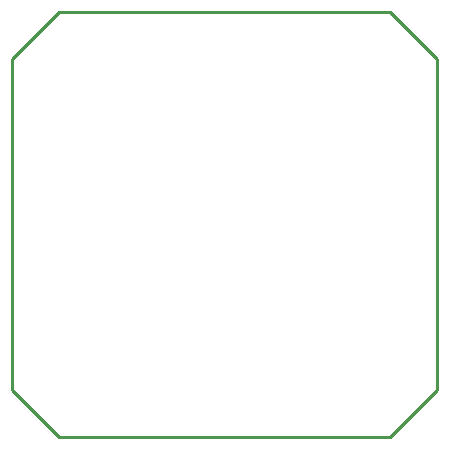
<source format=gm1>
%FSLAX25Y25*%
%MOIN*%
G70*
G01*
G75*
G04 Layer_Color=16711935*
%ADD10R,0.04500X0.04500*%
%ADD11R,0.01969X0.08858*%
%ADD12R,0.07874X0.09843*%
G04:AMPARAMS|DCode=13|XSize=31.5mil|YSize=11.81mil|CornerRadius=0mil|HoleSize=0mil|Usage=FLASHONLY|Rotation=180.000|XOffset=0mil|YOffset=0mil|HoleType=Round|Shape=Octagon|*
%AMOCTAGOND13*
4,1,8,-0.01575,0.00295,-0.01575,-0.00295,-0.01280,-0.00591,0.01280,-0.00591,0.01575,-0.00295,0.01575,0.00295,0.01280,0.00591,-0.01280,0.00591,-0.01575,0.00295,0.0*
%
%ADD13OCTAGOND13*%

%ADD14R,0.03150X0.01181*%
%ADD15R,0.03150X0.02362*%
%ADD16C,0.01000*%
%ADD17C,0.02000*%
%ADD18R,0.06250X0.06250*%
%ADD19R,0.15748X0.11811*%
%ADD20R,0.11811X0.15748*%
%ADD21R,0.03937X0.15748*%
%ADD22R,0.03937X0.11811*%
%ADD23R,0.06250X0.06250*%
%ADD24C,0.02500*%
%ADD25R,0.11024X0.09449*%
%ADD26R,0.03500X0.03100*%
G04:AMPARAMS|DCode=27|XSize=59.06mil|YSize=12.8mil|CornerRadius=0mil|HoleSize=0mil|Usage=FLASHONLY|Rotation=90.000|XOffset=0mil|YOffset=0mil|HoleType=Round|Shape=Octagon|*
%AMOCTAGOND27*
4,1,8,0.00320,0.02953,-0.00320,0.02953,-0.00640,0.02633,-0.00640,-0.02633,-0.00320,-0.02953,0.00320,-0.02953,0.00640,-0.02633,0.00640,0.02633,0.00320,0.02953,0.0*
%
%ADD27OCTAGOND27*%

%ADD28R,0.01280X0.05906*%
%ADD29R,0.02362X0.03150*%
%ADD30C,0.00600*%
%ADD31C,0.00750*%
%ADD32R,0.15748X1.25984*%
%ADD33R,1.41732X0.15748*%
%ADD34R,0.15748X1.25984*%
%ADD35R,1.10236X0.15748*%
%ADD36R,0.05300X0.05300*%
%ADD37R,0.02769X0.09658*%
%ADD38R,0.08674X0.10642*%
G04:AMPARAMS|DCode=39|XSize=39.5mil|YSize=19.81mil|CornerRadius=0mil|HoleSize=0mil|Usage=FLASHONLY|Rotation=180.000|XOffset=0mil|YOffset=0mil|HoleType=Round|Shape=Octagon|*
%AMOCTAGOND39*
4,1,8,-0.01975,0.00495,-0.01975,-0.00495,-0.01480,-0.00991,0.01480,-0.00991,0.01975,-0.00495,0.01975,0.00495,0.01480,0.00991,-0.01480,0.00991,-0.01975,0.00495,0.0*
%
%ADD39OCTAGOND39*%

%ADD40R,0.03950X0.01981*%
%ADD41R,0.03950X0.03162*%
%ADD42R,0.07050X0.07050*%
%ADD43R,0.00800X0.00800*%
%ADD44R,0.16548X0.12611*%
%ADD45R,0.12611X0.16548*%
%ADD46R,0.04737X0.16548*%
%ADD47R,0.04737X0.12611*%
%ADD48R,0.07050X0.07050*%
%ADD49C,0.03300*%
%ADD50R,1.25984X0.15748*%
%ADD51R,0.15748X1.10236*%
%ADD52R,0.11824X0.10249*%
%ADD53R,0.04300X0.03900*%
G04:AMPARAMS|DCode=54|XSize=67.06mil|YSize=20.8mil|CornerRadius=0mil|HoleSize=0mil|Usage=FLASHONLY|Rotation=90.000|XOffset=0mil|YOffset=0mil|HoleType=Round|Shape=Octagon|*
%AMOCTAGOND54*
4,1,8,0.00520,0.03353,-0.00520,0.03353,-0.01040,0.02833,-0.01040,-0.02833,-0.00520,-0.03353,0.00520,-0.03353,0.01040,-0.02833,0.01040,0.02833,0.00520,0.03353,0.0*
%
%ADD54OCTAGOND54*%

%ADD55R,0.02080X0.06706*%
%ADD56R,0.03162X0.03950*%
%ADD57C,0.00500*%
%ADD58C,0.00875*%
D16*
X322835Y212598D02*
X433071D01*
X307087Y228346D02*
X322835Y212598D01*
X307087Y228346D02*
Y338583D01*
X322835Y354331D01*
X433071D01*
X448819Y338583D01*
Y228346D02*
Y338583D01*
X433071Y212598D02*
X448819Y228346D01*
M02*

</source>
